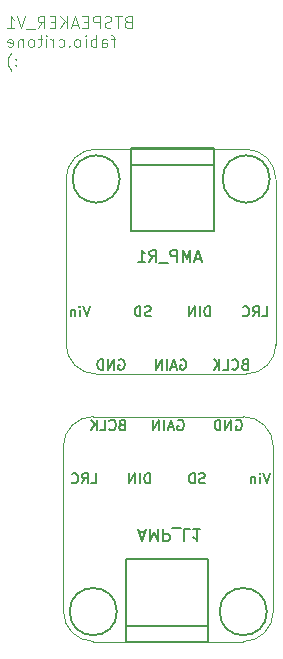
<source format=gbr>
%TF.GenerationSoftware,KiCad,Pcbnew,9.0.0*%
%TF.CreationDate,2025-03-25T17:14:42+01:00*%
%TF.ProjectId,ESP32_speaker_tiny,45535033-325f-4737-9065-616b65725f74,rev?*%
%TF.SameCoordinates,Original*%
%TF.FileFunction,Legend,Bot*%
%TF.FilePolarity,Positive*%
%FSLAX46Y46*%
G04 Gerber Fmt 4.6, Leading zero omitted, Abs format (unit mm)*
G04 Created by KiCad (PCBNEW 9.0.0) date 2025-03-25 17:14:42*
%MOMM*%
%LPD*%
G01*
G04 APERTURE LIST*
%ADD10C,0.100000*%
%ADD11C,0.150000*%
%ADD12C,0.152400*%
%ADD13C,0.050000*%
%ADD14C,0.203200*%
G04 APERTURE END LIST*
D10*
X35446742Y-17128721D02*
X35303885Y-17176340D01*
X35303885Y-17176340D02*
X35256266Y-17223959D01*
X35256266Y-17223959D02*
X35208647Y-17319197D01*
X35208647Y-17319197D02*
X35208647Y-17462054D01*
X35208647Y-17462054D02*
X35256266Y-17557292D01*
X35256266Y-17557292D02*
X35303885Y-17604912D01*
X35303885Y-17604912D02*
X35399123Y-17652531D01*
X35399123Y-17652531D02*
X35780075Y-17652531D01*
X35780075Y-17652531D02*
X35780075Y-16652531D01*
X35780075Y-16652531D02*
X35446742Y-16652531D01*
X35446742Y-16652531D02*
X35351504Y-16700150D01*
X35351504Y-16700150D02*
X35303885Y-16747769D01*
X35303885Y-16747769D02*
X35256266Y-16843007D01*
X35256266Y-16843007D02*
X35256266Y-16938245D01*
X35256266Y-16938245D02*
X35303885Y-17033483D01*
X35303885Y-17033483D02*
X35351504Y-17081102D01*
X35351504Y-17081102D02*
X35446742Y-17128721D01*
X35446742Y-17128721D02*
X35780075Y-17128721D01*
X34922932Y-16652531D02*
X34351504Y-16652531D01*
X34637218Y-17652531D02*
X34637218Y-16652531D01*
X34065789Y-17604912D02*
X33922932Y-17652531D01*
X33922932Y-17652531D02*
X33684837Y-17652531D01*
X33684837Y-17652531D02*
X33589599Y-17604912D01*
X33589599Y-17604912D02*
X33541980Y-17557292D01*
X33541980Y-17557292D02*
X33494361Y-17462054D01*
X33494361Y-17462054D02*
X33494361Y-17366816D01*
X33494361Y-17366816D02*
X33541980Y-17271578D01*
X33541980Y-17271578D02*
X33589599Y-17223959D01*
X33589599Y-17223959D02*
X33684837Y-17176340D01*
X33684837Y-17176340D02*
X33875313Y-17128721D01*
X33875313Y-17128721D02*
X33970551Y-17081102D01*
X33970551Y-17081102D02*
X34018170Y-17033483D01*
X34018170Y-17033483D02*
X34065789Y-16938245D01*
X34065789Y-16938245D02*
X34065789Y-16843007D01*
X34065789Y-16843007D02*
X34018170Y-16747769D01*
X34018170Y-16747769D02*
X33970551Y-16700150D01*
X33970551Y-16700150D02*
X33875313Y-16652531D01*
X33875313Y-16652531D02*
X33637218Y-16652531D01*
X33637218Y-16652531D02*
X33494361Y-16700150D01*
X33065789Y-17652531D02*
X33065789Y-16652531D01*
X33065789Y-16652531D02*
X32684837Y-16652531D01*
X32684837Y-16652531D02*
X32589599Y-16700150D01*
X32589599Y-16700150D02*
X32541980Y-16747769D01*
X32541980Y-16747769D02*
X32494361Y-16843007D01*
X32494361Y-16843007D02*
X32494361Y-16985864D01*
X32494361Y-16985864D02*
X32541980Y-17081102D01*
X32541980Y-17081102D02*
X32589599Y-17128721D01*
X32589599Y-17128721D02*
X32684837Y-17176340D01*
X32684837Y-17176340D02*
X33065789Y-17176340D01*
X32065789Y-17128721D02*
X31732456Y-17128721D01*
X31589599Y-17652531D02*
X32065789Y-17652531D01*
X32065789Y-17652531D02*
X32065789Y-16652531D01*
X32065789Y-16652531D02*
X31589599Y-16652531D01*
X31208646Y-17366816D02*
X30732456Y-17366816D01*
X31303884Y-17652531D02*
X30970551Y-16652531D01*
X30970551Y-16652531D02*
X30637218Y-17652531D01*
X30303884Y-17652531D02*
X30303884Y-16652531D01*
X29732456Y-17652531D02*
X30161027Y-17081102D01*
X29732456Y-16652531D02*
X30303884Y-17223959D01*
X29303884Y-17128721D02*
X28970551Y-17128721D01*
X28827694Y-17652531D02*
X29303884Y-17652531D01*
X29303884Y-17652531D02*
X29303884Y-16652531D01*
X29303884Y-16652531D02*
X28827694Y-16652531D01*
X27827694Y-17652531D02*
X28161027Y-17176340D01*
X28399122Y-17652531D02*
X28399122Y-16652531D01*
X28399122Y-16652531D02*
X28018170Y-16652531D01*
X28018170Y-16652531D02*
X27922932Y-16700150D01*
X27922932Y-16700150D02*
X27875313Y-16747769D01*
X27875313Y-16747769D02*
X27827694Y-16843007D01*
X27827694Y-16843007D02*
X27827694Y-16985864D01*
X27827694Y-16985864D02*
X27875313Y-17081102D01*
X27875313Y-17081102D02*
X27922932Y-17128721D01*
X27922932Y-17128721D02*
X28018170Y-17176340D01*
X28018170Y-17176340D02*
X28399122Y-17176340D01*
X27637218Y-17747769D02*
X26875313Y-17747769D01*
X26780074Y-16652531D02*
X26446741Y-17652531D01*
X26446741Y-17652531D02*
X26113408Y-16652531D01*
X25256265Y-17652531D02*
X25827693Y-17652531D01*
X25541979Y-17652531D02*
X25541979Y-16652531D01*
X25541979Y-16652531D02*
X25637217Y-16795388D01*
X25637217Y-16795388D02*
X25732455Y-16890626D01*
X25732455Y-16890626D02*
X25827693Y-16938245D01*
X34399122Y-18595808D02*
X34018170Y-18595808D01*
X34256265Y-19262475D02*
X34256265Y-18405332D01*
X34256265Y-18405332D02*
X34208646Y-18310094D01*
X34208646Y-18310094D02*
X34113408Y-18262475D01*
X34113408Y-18262475D02*
X34018170Y-18262475D01*
X33256265Y-19262475D02*
X33256265Y-18738665D01*
X33256265Y-18738665D02*
X33303884Y-18643427D01*
X33303884Y-18643427D02*
X33399122Y-18595808D01*
X33399122Y-18595808D02*
X33589598Y-18595808D01*
X33589598Y-18595808D02*
X33684836Y-18643427D01*
X33256265Y-19214856D02*
X33351503Y-19262475D01*
X33351503Y-19262475D02*
X33589598Y-19262475D01*
X33589598Y-19262475D02*
X33684836Y-19214856D01*
X33684836Y-19214856D02*
X33732455Y-19119617D01*
X33732455Y-19119617D02*
X33732455Y-19024379D01*
X33732455Y-19024379D02*
X33684836Y-18929141D01*
X33684836Y-18929141D02*
X33589598Y-18881522D01*
X33589598Y-18881522D02*
X33351503Y-18881522D01*
X33351503Y-18881522D02*
X33256265Y-18833903D01*
X32780074Y-19262475D02*
X32780074Y-18262475D01*
X32780074Y-18643427D02*
X32684836Y-18595808D01*
X32684836Y-18595808D02*
X32494360Y-18595808D01*
X32494360Y-18595808D02*
X32399122Y-18643427D01*
X32399122Y-18643427D02*
X32351503Y-18691046D01*
X32351503Y-18691046D02*
X32303884Y-18786284D01*
X32303884Y-18786284D02*
X32303884Y-19071998D01*
X32303884Y-19071998D02*
X32351503Y-19167236D01*
X32351503Y-19167236D02*
X32399122Y-19214856D01*
X32399122Y-19214856D02*
X32494360Y-19262475D01*
X32494360Y-19262475D02*
X32684836Y-19262475D01*
X32684836Y-19262475D02*
X32780074Y-19214856D01*
X31875312Y-19262475D02*
X31875312Y-18595808D01*
X31875312Y-18262475D02*
X31922931Y-18310094D01*
X31922931Y-18310094D02*
X31875312Y-18357713D01*
X31875312Y-18357713D02*
X31827693Y-18310094D01*
X31827693Y-18310094D02*
X31875312Y-18262475D01*
X31875312Y-18262475D02*
X31875312Y-18357713D01*
X31256265Y-19262475D02*
X31351503Y-19214856D01*
X31351503Y-19214856D02*
X31399122Y-19167236D01*
X31399122Y-19167236D02*
X31446741Y-19071998D01*
X31446741Y-19071998D02*
X31446741Y-18786284D01*
X31446741Y-18786284D02*
X31399122Y-18691046D01*
X31399122Y-18691046D02*
X31351503Y-18643427D01*
X31351503Y-18643427D02*
X31256265Y-18595808D01*
X31256265Y-18595808D02*
X31113408Y-18595808D01*
X31113408Y-18595808D02*
X31018170Y-18643427D01*
X31018170Y-18643427D02*
X30970551Y-18691046D01*
X30970551Y-18691046D02*
X30922932Y-18786284D01*
X30922932Y-18786284D02*
X30922932Y-19071998D01*
X30922932Y-19071998D02*
X30970551Y-19167236D01*
X30970551Y-19167236D02*
X31018170Y-19214856D01*
X31018170Y-19214856D02*
X31113408Y-19262475D01*
X31113408Y-19262475D02*
X31256265Y-19262475D01*
X30494360Y-19167236D02*
X30446741Y-19214856D01*
X30446741Y-19214856D02*
X30494360Y-19262475D01*
X30494360Y-19262475D02*
X30541979Y-19214856D01*
X30541979Y-19214856D02*
X30494360Y-19167236D01*
X30494360Y-19167236D02*
X30494360Y-19262475D01*
X29589599Y-19214856D02*
X29684837Y-19262475D01*
X29684837Y-19262475D02*
X29875313Y-19262475D01*
X29875313Y-19262475D02*
X29970551Y-19214856D01*
X29970551Y-19214856D02*
X30018170Y-19167236D01*
X30018170Y-19167236D02*
X30065789Y-19071998D01*
X30065789Y-19071998D02*
X30065789Y-18786284D01*
X30065789Y-18786284D02*
X30018170Y-18691046D01*
X30018170Y-18691046D02*
X29970551Y-18643427D01*
X29970551Y-18643427D02*
X29875313Y-18595808D01*
X29875313Y-18595808D02*
X29684837Y-18595808D01*
X29684837Y-18595808D02*
X29589599Y-18643427D01*
X29161027Y-19262475D02*
X29161027Y-18595808D01*
X29161027Y-18786284D02*
X29113408Y-18691046D01*
X29113408Y-18691046D02*
X29065789Y-18643427D01*
X29065789Y-18643427D02*
X28970551Y-18595808D01*
X28970551Y-18595808D02*
X28875313Y-18595808D01*
X28541979Y-19262475D02*
X28541979Y-18595808D01*
X28541979Y-18262475D02*
X28589598Y-18310094D01*
X28589598Y-18310094D02*
X28541979Y-18357713D01*
X28541979Y-18357713D02*
X28494360Y-18310094D01*
X28494360Y-18310094D02*
X28541979Y-18262475D01*
X28541979Y-18262475D02*
X28541979Y-18357713D01*
X28208646Y-18595808D02*
X27827694Y-18595808D01*
X28065789Y-18262475D02*
X28065789Y-19119617D01*
X28065789Y-19119617D02*
X28018170Y-19214856D01*
X28018170Y-19214856D02*
X27922932Y-19262475D01*
X27922932Y-19262475D02*
X27827694Y-19262475D01*
X27351503Y-19262475D02*
X27446741Y-19214856D01*
X27446741Y-19214856D02*
X27494360Y-19167236D01*
X27494360Y-19167236D02*
X27541979Y-19071998D01*
X27541979Y-19071998D02*
X27541979Y-18786284D01*
X27541979Y-18786284D02*
X27494360Y-18691046D01*
X27494360Y-18691046D02*
X27446741Y-18643427D01*
X27446741Y-18643427D02*
X27351503Y-18595808D01*
X27351503Y-18595808D02*
X27208646Y-18595808D01*
X27208646Y-18595808D02*
X27113408Y-18643427D01*
X27113408Y-18643427D02*
X27065789Y-18691046D01*
X27065789Y-18691046D02*
X27018170Y-18786284D01*
X27018170Y-18786284D02*
X27018170Y-19071998D01*
X27018170Y-19071998D02*
X27065789Y-19167236D01*
X27065789Y-19167236D02*
X27113408Y-19214856D01*
X27113408Y-19214856D02*
X27208646Y-19262475D01*
X27208646Y-19262475D02*
X27351503Y-19262475D01*
X26589598Y-18595808D02*
X26589598Y-19262475D01*
X26589598Y-18691046D02*
X26541979Y-18643427D01*
X26541979Y-18643427D02*
X26446741Y-18595808D01*
X26446741Y-18595808D02*
X26303884Y-18595808D01*
X26303884Y-18595808D02*
X26208646Y-18643427D01*
X26208646Y-18643427D02*
X26161027Y-18738665D01*
X26161027Y-18738665D02*
X26161027Y-19262475D01*
X25303884Y-19214856D02*
X25399122Y-19262475D01*
X25399122Y-19262475D02*
X25589598Y-19262475D01*
X25589598Y-19262475D02*
X25684836Y-19214856D01*
X25684836Y-19214856D02*
X25732455Y-19119617D01*
X25732455Y-19119617D02*
X25732455Y-18738665D01*
X25732455Y-18738665D02*
X25684836Y-18643427D01*
X25684836Y-18643427D02*
X25589598Y-18595808D01*
X25589598Y-18595808D02*
X25399122Y-18595808D01*
X25399122Y-18595808D02*
X25303884Y-18643427D01*
X25303884Y-18643427D02*
X25256265Y-18738665D01*
X25256265Y-18738665D02*
X25256265Y-18833903D01*
X25256265Y-18833903D02*
X25732455Y-18929141D01*
X25970550Y-20777180D02*
X25922931Y-20824800D01*
X25922931Y-20824800D02*
X25970550Y-20872419D01*
X25970550Y-20872419D02*
X26018169Y-20824800D01*
X26018169Y-20824800D02*
X25970550Y-20777180D01*
X25970550Y-20777180D02*
X25970550Y-20872419D01*
X25970550Y-20253371D02*
X25922931Y-20300990D01*
X25922931Y-20300990D02*
X25970550Y-20348609D01*
X25970550Y-20348609D02*
X26018169Y-20300990D01*
X26018169Y-20300990D02*
X25970550Y-20253371D01*
X25970550Y-20253371D02*
X25970550Y-20348609D01*
X25589598Y-21253371D02*
X25541979Y-21205752D01*
X25541979Y-21205752D02*
X25446741Y-21062895D01*
X25446741Y-21062895D02*
X25399122Y-20967657D01*
X25399122Y-20967657D02*
X25351503Y-20824800D01*
X25351503Y-20824800D02*
X25303884Y-20586704D01*
X25303884Y-20586704D02*
X25303884Y-20396228D01*
X25303884Y-20396228D02*
X25351503Y-20158133D01*
X25351503Y-20158133D02*
X25399122Y-20015276D01*
X25399122Y-20015276D02*
X25446741Y-19920038D01*
X25446741Y-19920038D02*
X25541979Y-19777180D01*
X25541979Y-19777180D02*
X25589598Y-19729561D01*
D11*
X41666666Y-37169104D02*
X41190476Y-37169104D01*
X41761904Y-37454819D02*
X41428571Y-36454819D01*
X41428571Y-36454819D02*
X41095238Y-37454819D01*
X40761904Y-37454819D02*
X40761904Y-36454819D01*
X40761904Y-36454819D02*
X40428571Y-37169104D01*
X40428571Y-37169104D02*
X40095238Y-36454819D01*
X40095238Y-36454819D02*
X40095238Y-37454819D01*
X39619047Y-37454819D02*
X39619047Y-36454819D01*
X39619047Y-36454819D02*
X39238095Y-36454819D01*
X39238095Y-36454819D02*
X39142857Y-36502438D01*
X39142857Y-36502438D02*
X39095238Y-36550057D01*
X39095238Y-36550057D02*
X39047619Y-36645295D01*
X39047619Y-36645295D02*
X39047619Y-36788152D01*
X39047619Y-36788152D02*
X39095238Y-36883390D01*
X39095238Y-36883390D02*
X39142857Y-36931009D01*
X39142857Y-36931009D02*
X39238095Y-36978628D01*
X39238095Y-36978628D02*
X39619047Y-36978628D01*
X38857143Y-37550057D02*
X38095238Y-37550057D01*
X37285714Y-37454819D02*
X37619047Y-36978628D01*
X37857142Y-37454819D02*
X37857142Y-36454819D01*
X37857142Y-36454819D02*
X37476190Y-36454819D01*
X37476190Y-36454819D02*
X37380952Y-36502438D01*
X37380952Y-36502438D02*
X37333333Y-36550057D01*
X37333333Y-36550057D02*
X37285714Y-36645295D01*
X37285714Y-36645295D02*
X37285714Y-36788152D01*
X37285714Y-36788152D02*
X37333333Y-36883390D01*
X37333333Y-36883390D02*
X37380952Y-36931009D01*
X37380952Y-36931009D02*
X37476190Y-36978628D01*
X37476190Y-36978628D02*
X37857142Y-36978628D01*
X36333333Y-37454819D02*
X36904761Y-37454819D01*
X36619047Y-37454819D02*
X36619047Y-36454819D01*
X36619047Y-36454819D02*
X36714285Y-36597676D01*
X36714285Y-36597676D02*
X36809523Y-36692914D01*
X36809523Y-36692914D02*
X36904761Y-36740533D01*
D12*
X45351466Y-46124231D02*
X45228094Y-46165355D01*
X45228094Y-46165355D02*
X45186971Y-46206479D01*
X45186971Y-46206479D02*
X45145847Y-46288727D01*
X45145847Y-46288727D02*
X45145847Y-46412098D01*
X45145847Y-46412098D02*
X45186971Y-46494346D01*
X45186971Y-46494346D02*
X45228094Y-46535470D01*
X45228094Y-46535470D02*
X45310342Y-46576593D01*
X45310342Y-46576593D02*
X45639332Y-46576593D01*
X45639332Y-46576593D02*
X45639332Y-45712993D01*
X45639332Y-45712993D02*
X45351466Y-45712993D01*
X45351466Y-45712993D02*
X45269218Y-45754117D01*
X45269218Y-45754117D02*
X45228094Y-45795241D01*
X45228094Y-45795241D02*
X45186971Y-45877489D01*
X45186971Y-45877489D02*
X45186971Y-45959736D01*
X45186971Y-45959736D02*
X45228094Y-46041984D01*
X45228094Y-46041984D02*
X45269218Y-46083108D01*
X45269218Y-46083108D02*
X45351466Y-46124231D01*
X45351466Y-46124231D02*
X45639332Y-46124231D01*
X44282247Y-46494346D02*
X44323371Y-46535470D01*
X44323371Y-46535470D02*
X44446742Y-46576593D01*
X44446742Y-46576593D02*
X44528990Y-46576593D01*
X44528990Y-46576593D02*
X44652361Y-46535470D01*
X44652361Y-46535470D02*
X44734609Y-46453222D01*
X44734609Y-46453222D02*
X44775732Y-46370974D01*
X44775732Y-46370974D02*
X44816856Y-46206479D01*
X44816856Y-46206479D02*
X44816856Y-46083108D01*
X44816856Y-46083108D02*
X44775732Y-45918612D01*
X44775732Y-45918612D02*
X44734609Y-45836365D01*
X44734609Y-45836365D02*
X44652361Y-45754117D01*
X44652361Y-45754117D02*
X44528990Y-45712993D01*
X44528990Y-45712993D02*
X44446742Y-45712993D01*
X44446742Y-45712993D02*
X44323371Y-45754117D01*
X44323371Y-45754117D02*
X44282247Y-45795241D01*
X43500894Y-46576593D02*
X43912132Y-46576593D01*
X43912132Y-46576593D02*
X43912132Y-45712993D01*
X43213027Y-46576593D02*
X43213027Y-45712993D01*
X42719542Y-46576593D02*
X43089656Y-46083108D01*
X42719542Y-45712993D02*
X43213027Y-46206479D01*
X42417161Y-42076593D02*
X42417161Y-41212993D01*
X42417161Y-41212993D02*
X42211542Y-41212993D01*
X42211542Y-41212993D02*
X42088171Y-41254117D01*
X42088171Y-41254117D02*
X42005923Y-41336365D01*
X42005923Y-41336365D02*
X41964800Y-41418612D01*
X41964800Y-41418612D02*
X41923676Y-41583108D01*
X41923676Y-41583108D02*
X41923676Y-41706479D01*
X41923676Y-41706479D02*
X41964800Y-41870974D01*
X41964800Y-41870974D02*
X42005923Y-41953222D01*
X42005923Y-41953222D02*
X42088171Y-42035470D01*
X42088171Y-42035470D02*
X42211542Y-42076593D01*
X42211542Y-42076593D02*
X42417161Y-42076593D01*
X41553561Y-42076593D02*
X41553561Y-41212993D01*
X41142323Y-42076593D02*
X41142323Y-41212993D01*
X41142323Y-41212993D02*
X40648838Y-42076593D01*
X40648838Y-42076593D02*
X40648838Y-41212993D01*
X39921914Y-45754117D02*
X40004161Y-45712993D01*
X40004161Y-45712993D02*
X40127533Y-45712993D01*
X40127533Y-45712993D02*
X40250904Y-45754117D01*
X40250904Y-45754117D02*
X40333152Y-45836365D01*
X40333152Y-45836365D02*
X40374275Y-45918612D01*
X40374275Y-45918612D02*
X40415399Y-46083108D01*
X40415399Y-46083108D02*
X40415399Y-46206479D01*
X40415399Y-46206479D02*
X40374275Y-46370974D01*
X40374275Y-46370974D02*
X40333152Y-46453222D01*
X40333152Y-46453222D02*
X40250904Y-46535470D01*
X40250904Y-46535470D02*
X40127533Y-46576593D01*
X40127533Y-46576593D02*
X40045285Y-46576593D01*
X40045285Y-46576593D02*
X39921914Y-46535470D01*
X39921914Y-46535470D02*
X39880790Y-46494346D01*
X39880790Y-46494346D02*
X39880790Y-46206479D01*
X39880790Y-46206479D02*
X40045285Y-46206479D01*
X39551799Y-46329850D02*
X39140561Y-46329850D01*
X39634047Y-46576593D02*
X39346180Y-45712993D01*
X39346180Y-45712993D02*
X39058314Y-46576593D01*
X38770446Y-46576593D02*
X38770446Y-45712993D01*
X38359208Y-46576593D02*
X38359208Y-45712993D01*
X38359208Y-45712993D02*
X37865723Y-46576593D01*
X37865723Y-46576593D02*
X37865723Y-45712993D01*
X32257161Y-41212993D02*
X31969294Y-42076593D01*
X31969294Y-42076593D02*
X31681428Y-41212993D01*
X31393560Y-42076593D02*
X31393560Y-41500860D01*
X31393560Y-41212993D02*
X31434684Y-41254117D01*
X31434684Y-41254117D02*
X31393560Y-41295241D01*
X31393560Y-41295241D02*
X31352437Y-41254117D01*
X31352437Y-41254117D02*
X31393560Y-41212993D01*
X31393560Y-41212993D02*
X31393560Y-41295241D01*
X30982322Y-41500860D02*
X30982322Y-42076593D01*
X30982322Y-41583108D02*
X30941199Y-41541984D01*
X30941199Y-41541984D02*
X30858951Y-41500860D01*
X30858951Y-41500860D02*
X30735580Y-41500860D01*
X30735580Y-41500860D02*
X30653332Y-41541984D01*
X30653332Y-41541984D02*
X30612208Y-41624231D01*
X30612208Y-41624231D02*
X30612208Y-42076593D01*
X34697981Y-45754117D02*
X34780228Y-45712993D01*
X34780228Y-45712993D02*
X34903600Y-45712993D01*
X34903600Y-45712993D02*
X35026971Y-45754117D01*
X35026971Y-45754117D02*
X35109219Y-45836365D01*
X35109219Y-45836365D02*
X35150342Y-45918612D01*
X35150342Y-45918612D02*
X35191466Y-46083108D01*
X35191466Y-46083108D02*
X35191466Y-46206479D01*
X35191466Y-46206479D02*
X35150342Y-46370974D01*
X35150342Y-46370974D02*
X35109219Y-46453222D01*
X35109219Y-46453222D02*
X35026971Y-46535470D01*
X35026971Y-46535470D02*
X34903600Y-46576593D01*
X34903600Y-46576593D02*
X34821352Y-46576593D01*
X34821352Y-46576593D02*
X34697981Y-46535470D01*
X34697981Y-46535470D02*
X34656857Y-46494346D01*
X34656857Y-46494346D02*
X34656857Y-46206479D01*
X34656857Y-46206479D02*
X34821352Y-46206479D01*
X34286742Y-46576593D02*
X34286742Y-45712993D01*
X34286742Y-45712993D02*
X33793257Y-46576593D01*
X33793257Y-46576593D02*
X33793257Y-45712993D01*
X33382018Y-46576593D02*
X33382018Y-45712993D01*
X33382018Y-45712993D02*
X33176399Y-45712993D01*
X33176399Y-45712993D02*
X33053028Y-45754117D01*
X33053028Y-45754117D02*
X32970780Y-45836365D01*
X32970780Y-45836365D02*
X32929657Y-45918612D01*
X32929657Y-45918612D02*
X32888533Y-46083108D01*
X32888533Y-46083108D02*
X32888533Y-46206479D01*
X32888533Y-46206479D02*
X32929657Y-46370974D01*
X32929657Y-46370974D02*
X32970780Y-46453222D01*
X32970780Y-46453222D02*
X33053028Y-46535470D01*
X33053028Y-46535470D02*
X33176399Y-46576593D01*
X33176399Y-46576593D02*
X33382018Y-46576593D01*
X37385542Y-42035470D02*
X37262171Y-42076593D01*
X37262171Y-42076593D02*
X37056552Y-42076593D01*
X37056552Y-42076593D02*
X36974304Y-42035470D01*
X36974304Y-42035470D02*
X36933180Y-41994346D01*
X36933180Y-41994346D02*
X36892057Y-41912098D01*
X36892057Y-41912098D02*
X36892057Y-41829850D01*
X36892057Y-41829850D02*
X36933180Y-41747603D01*
X36933180Y-41747603D02*
X36974304Y-41706479D01*
X36974304Y-41706479D02*
X37056552Y-41665355D01*
X37056552Y-41665355D02*
X37221047Y-41624231D01*
X37221047Y-41624231D02*
X37303295Y-41583108D01*
X37303295Y-41583108D02*
X37344418Y-41541984D01*
X37344418Y-41541984D02*
X37385542Y-41459736D01*
X37385542Y-41459736D02*
X37385542Y-41377489D01*
X37385542Y-41377489D02*
X37344418Y-41295241D01*
X37344418Y-41295241D02*
X37303295Y-41254117D01*
X37303295Y-41254117D02*
X37221047Y-41212993D01*
X37221047Y-41212993D02*
X37015428Y-41212993D01*
X37015428Y-41212993D02*
X36892057Y-41254117D01*
X36521942Y-42076593D02*
X36521942Y-41212993D01*
X36521942Y-41212993D02*
X36316323Y-41212993D01*
X36316323Y-41212993D02*
X36192952Y-41254117D01*
X36192952Y-41254117D02*
X36110704Y-41336365D01*
X36110704Y-41336365D02*
X36069581Y-41418612D01*
X36069581Y-41418612D02*
X36028457Y-41583108D01*
X36028457Y-41583108D02*
X36028457Y-41706479D01*
X36028457Y-41706479D02*
X36069581Y-41870974D01*
X36069581Y-41870974D02*
X36110704Y-41953222D01*
X36110704Y-41953222D02*
X36192952Y-42035470D01*
X36192952Y-42035470D02*
X36316323Y-42076593D01*
X36316323Y-42076593D02*
X36521942Y-42076593D01*
X46828294Y-42076593D02*
X47239532Y-42076593D01*
X47239532Y-42076593D02*
X47239532Y-41212993D01*
X46046942Y-42076593D02*
X46334808Y-41665355D01*
X46540427Y-42076593D02*
X46540427Y-41212993D01*
X46540427Y-41212993D02*
X46211437Y-41212993D01*
X46211437Y-41212993D02*
X46129189Y-41254117D01*
X46129189Y-41254117D02*
X46088066Y-41295241D01*
X46088066Y-41295241D02*
X46046942Y-41377489D01*
X46046942Y-41377489D02*
X46046942Y-41500860D01*
X46046942Y-41500860D02*
X46088066Y-41583108D01*
X46088066Y-41583108D02*
X46129189Y-41624231D01*
X46129189Y-41624231D02*
X46211437Y-41665355D01*
X46211437Y-41665355D02*
X46540427Y-41665355D01*
X45183342Y-41994346D02*
X45224466Y-42035470D01*
X45224466Y-42035470D02*
X45347837Y-42076593D01*
X45347837Y-42076593D02*
X45430085Y-42076593D01*
X45430085Y-42076593D02*
X45553456Y-42035470D01*
X45553456Y-42035470D02*
X45635704Y-41953222D01*
X45635704Y-41953222D02*
X45676827Y-41870974D01*
X45676827Y-41870974D02*
X45717951Y-41706479D01*
X45717951Y-41706479D02*
X45717951Y-41583108D01*
X45717951Y-41583108D02*
X45676827Y-41418612D01*
X45676827Y-41418612D02*
X45635704Y-41336365D01*
X45635704Y-41336365D02*
X45553456Y-41254117D01*
X45553456Y-41254117D02*
X45430085Y-41212993D01*
X45430085Y-41212993D02*
X45347837Y-41212993D01*
X45347837Y-41212993D02*
X45224466Y-41254117D01*
X45224466Y-41254117D02*
X45183342Y-41295241D01*
D11*
X36428571Y-60330895D02*
X36904761Y-60330895D01*
X36333333Y-60045180D02*
X36666666Y-61045180D01*
X36666666Y-61045180D02*
X36999999Y-60045180D01*
X37333333Y-60045180D02*
X37333333Y-61045180D01*
X37333333Y-61045180D02*
X37666666Y-60330895D01*
X37666666Y-60330895D02*
X37999999Y-61045180D01*
X37999999Y-61045180D02*
X37999999Y-60045180D01*
X38476190Y-60045180D02*
X38476190Y-61045180D01*
X38476190Y-61045180D02*
X38857142Y-61045180D01*
X38857142Y-61045180D02*
X38952380Y-60997561D01*
X38952380Y-60997561D02*
X38999999Y-60949942D01*
X38999999Y-60949942D02*
X39047618Y-60854704D01*
X39047618Y-60854704D02*
X39047618Y-60711847D01*
X39047618Y-60711847D02*
X38999999Y-60616609D01*
X38999999Y-60616609D02*
X38952380Y-60568990D01*
X38952380Y-60568990D02*
X38857142Y-60521371D01*
X38857142Y-60521371D02*
X38476190Y-60521371D01*
X39238095Y-59949942D02*
X39999999Y-59949942D01*
X40714285Y-60045180D02*
X40238095Y-60045180D01*
X40238095Y-60045180D02*
X40238095Y-61045180D01*
X41571428Y-60045180D02*
X41000000Y-60045180D01*
X41285714Y-60045180D02*
X41285714Y-61045180D01*
X41285714Y-61045180D02*
X41190476Y-60902323D01*
X41190476Y-60902323D02*
X41095238Y-60807085D01*
X41095238Y-60807085D02*
X41000000Y-60759466D01*
D12*
X37351161Y-56206593D02*
X37351161Y-55342993D01*
X37351161Y-55342993D02*
X37145542Y-55342993D01*
X37145542Y-55342993D02*
X37022171Y-55384117D01*
X37022171Y-55384117D02*
X36939923Y-55466365D01*
X36939923Y-55466365D02*
X36898800Y-55548612D01*
X36898800Y-55548612D02*
X36857676Y-55713108D01*
X36857676Y-55713108D02*
X36857676Y-55836479D01*
X36857676Y-55836479D02*
X36898800Y-56000974D01*
X36898800Y-56000974D02*
X36939923Y-56083222D01*
X36939923Y-56083222D02*
X37022171Y-56165470D01*
X37022171Y-56165470D02*
X37145542Y-56206593D01*
X37145542Y-56206593D02*
X37351161Y-56206593D01*
X36487561Y-56206593D02*
X36487561Y-55342993D01*
X36076323Y-56206593D02*
X36076323Y-55342993D01*
X36076323Y-55342993D02*
X35582838Y-56206593D01*
X35582838Y-56206593D02*
X35582838Y-55342993D01*
X39681914Y-50884117D02*
X39764161Y-50842993D01*
X39764161Y-50842993D02*
X39887533Y-50842993D01*
X39887533Y-50842993D02*
X40010904Y-50884117D01*
X40010904Y-50884117D02*
X40093152Y-50966365D01*
X40093152Y-50966365D02*
X40134275Y-51048612D01*
X40134275Y-51048612D02*
X40175399Y-51213108D01*
X40175399Y-51213108D02*
X40175399Y-51336479D01*
X40175399Y-51336479D02*
X40134275Y-51500974D01*
X40134275Y-51500974D02*
X40093152Y-51583222D01*
X40093152Y-51583222D02*
X40010904Y-51665470D01*
X40010904Y-51665470D02*
X39887533Y-51706593D01*
X39887533Y-51706593D02*
X39805285Y-51706593D01*
X39805285Y-51706593D02*
X39681914Y-51665470D01*
X39681914Y-51665470D02*
X39640790Y-51624346D01*
X39640790Y-51624346D02*
X39640790Y-51336479D01*
X39640790Y-51336479D02*
X39805285Y-51336479D01*
X39311799Y-51459850D02*
X38900561Y-51459850D01*
X39394047Y-51706593D02*
X39106180Y-50842993D01*
X39106180Y-50842993D02*
X38818314Y-51706593D01*
X38530446Y-51706593D02*
X38530446Y-50842993D01*
X38119208Y-51706593D02*
X38119208Y-50842993D01*
X38119208Y-50842993D02*
X37625723Y-51706593D01*
X37625723Y-51706593D02*
X37625723Y-50842993D01*
X47511161Y-55342993D02*
X47223294Y-56206593D01*
X47223294Y-56206593D02*
X46935428Y-55342993D01*
X46647560Y-56206593D02*
X46647560Y-55630860D01*
X46647560Y-55342993D02*
X46688684Y-55384117D01*
X46688684Y-55384117D02*
X46647560Y-55425241D01*
X46647560Y-55425241D02*
X46606437Y-55384117D01*
X46606437Y-55384117D02*
X46647560Y-55342993D01*
X46647560Y-55342993D02*
X46647560Y-55425241D01*
X46236322Y-55630860D02*
X46236322Y-56206593D01*
X46236322Y-55713108D02*
X46195199Y-55671984D01*
X46195199Y-55671984D02*
X46112951Y-55630860D01*
X46112951Y-55630860D02*
X45989580Y-55630860D01*
X45989580Y-55630860D02*
X45907332Y-55671984D01*
X45907332Y-55671984D02*
X45866208Y-55754231D01*
X45866208Y-55754231D02*
X45866208Y-56206593D01*
X34951466Y-51254231D02*
X34828094Y-51295355D01*
X34828094Y-51295355D02*
X34786971Y-51336479D01*
X34786971Y-51336479D02*
X34745847Y-51418727D01*
X34745847Y-51418727D02*
X34745847Y-51542098D01*
X34745847Y-51542098D02*
X34786971Y-51624346D01*
X34786971Y-51624346D02*
X34828094Y-51665470D01*
X34828094Y-51665470D02*
X34910342Y-51706593D01*
X34910342Y-51706593D02*
X35239332Y-51706593D01*
X35239332Y-51706593D02*
X35239332Y-50842993D01*
X35239332Y-50842993D02*
X34951466Y-50842993D01*
X34951466Y-50842993D02*
X34869218Y-50884117D01*
X34869218Y-50884117D02*
X34828094Y-50925241D01*
X34828094Y-50925241D02*
X34786971Y-51007489D01*
X34786971Y-51007489D02*
X34786971Y-51089736D01*
X34786971Y-51089736D02*
X34828094Y-51171984D01*
X34828094Y-51171984D02*
X34869218Y-51213108D01*
X34869218Y-51213108D02*
X34951466Y-51254231D01*
X34951466Y-51254231D02*
X35239332Y-51254231D01*
X33882247Y-51624346D02*
X33923371Y-51665470D01*
X33923371Y-51665470D02*
X34046742Y-51706593D01*
X34046742Y-51706593D02*
X34128990Y-51706593D01*
X34128990Y-51706593D02*
X34252361Y-51665470D01*
X34252361Y-51665470D02*
X34334609Y-51583222D01*
X34334609Y-51583222D02*
X34375732Y-51500974D01*
X34375732Y-51500974D02*
X34416856Y-51336479D01*
X34416856Y-51336479D02*
X34416856Y-51213108D01*
X34416856Y-51213108D02*
X34375732Y-51048612D01*
X34375732Y-51048612D02*
X34334609Y-50966365D01*
X34334609Y-50966365D02*
X34252361Y-50884117D01*
X34252361Y-50884117D02*
X34128990Y-50842993D01*
X34128990Y-50842993D02*
X34046742Y-50842993D01*
X34046742Y-50842993D02*
X33923371Y-50884117D01*
X33923371Y-50884117D02*
X33882247Y-50925241D01*
X33100894Y-51706593D02*
X33512132Y-51706593D01*
X33512132Y-51706593D02*
X33512132Y-50842993D01*
X32813027Y-51706593D02*
X32813027Y-50842993D01*
X32319542Y-51706593D02*
X32689656Y-51213108D01*
X32319542Y-50842993D02*
X32813027Y-51336479D01*
X41971542Y-56165470D02*
X41848171Y-56206593D01*
X41848171Y-56206593D02*
X41642552Y-56206593D01*
X41642552Y-56206593D02*
X41560304Y-56165470D01*
X41560304Y-56165470D02*
X41519180Y-56124346D01*
X41519180Y-56124346D02*
X41478057Y-56042098D01*
X41478057Y-56042098D02*
X41478057Y-55959850D01*
X41478057Y-55959850D02*
X41519180Y-55877603D01*
X41519180Y-55877603D02*
X41560304Y-55836479D01*
X41560304Y-55836479D02*
X41642552Y-55795355D01*
X41642552Y-55795355D02*
X41807047Y-55754231D01*
X41807047Y-55754231D02*
X41889295Y-55713108D01*
X41889295Y-55713108D02*
X41930418Y-55671984D01*
X41930418Y-55671984D02*
X41971542Y-55589736D01*
X41971542Y-55589736D02*
X41971542Y-55507489D01*
X41971542Y-55507489D02*
X41930418Y-55425241D01*
X41930418Y-55425241D02*
X41889295Y-55384117D01*
X41889295Y-55384117D02*
X41807047Y-55342993D01*
X41807047Y-55342993D02*
X41601428Y-55342993D01*
X41601428Y-55342993D02*
X41478057Y-55384117D01*
X41107942Y-56206593D02*
X41107942Y-55342993D01*
X41107942Y-55342993D02*
X40902323Y-55342993D01*
X40902323Y-55342993D02*
X40778952Y-55384117D01*
X40778952Y-55384117D02*
X40696704Y-55466365D01*
X40696704Y-55466365D02*
X40655581Y-55548612D01*
X40655581Y-55548612D02*
X40614457Y-55713108D01*
X40614457Y-55713108D02*
X40614457Y-55836479D01*
X40614457Y-55836479D02*
X40655581Y-56000974D01*
X40655581Y-56000974D02*
X40696704Y-56083222D01*
X40696704Y-56083222D02*
X40778952Y-56165470D01*
X40778952Y-56165470D02*
X40902323Y-56206593D01*
X40902323Y-56206593D02*
X41107942Y-56206593D01*
X32364294Y-56206593D02*
X32775532Y-56206593D01*
X32775532Y-56206593D02*
X32775532Y-55342993D01*
X31582942Y-56206593D02*
X31870808Y-55795355D01*
X32076427Y-56206593D02*
X32076427Y-55342993D01*
X32076427Y-55342993D02*
X31747437Y-55342993D01*
X31747437Y-55342993D02*
X31665189Y-55384117D01*
X31665189Y-55384117D02*
X31624066Y-55425241D01*
X31624066Y-55425241D02*
X31582942Y-55507489D01*
X31582942Y-55507489D02*
X31582942Y-55630860D01*
X31582942Y-55630860D02*
X31624066Y-55713108D01*
X31624066Y-55713108D02*
X31665189Y-55754231D01*
X31665189Y-55754231D02*
X31747437Y-55795355D01*
X31747437Y-55795355D02*
X32076427Y-55795355D01*
X30719342Y-56124346D02*
X30760466Y-56165470D01*
X30760466Y-56165470D02*
X30883837Y-56206593D01*
X30883837Y-56206593D02*
X30966085Y-56206593D01*
X30966085Y-56206593D02*
X31089456Y-56165470D01*
X31089456Y-56165470D02*
X31171704Y-56083222D01*
X31171704Y-56083222D02*
X31212827Y-56000974D01*
X31212827Y-56000974D02*
X31253951Y-55836479D01*
X31253951Y-55836479D02*
X31253951Y-55713108D01*
X31253951Y-55713108D02*
X31212827Y-55548612D01*
X31212827Y-55548612D02*
X31171704Y-55466365D01*
X31171704Y-55466365D02*
X31089456Y-55384117D01*
X31089456Y-55384117D02*
X30966085Y-55342993D01*
X30966085Y-55342993D02*
X30883837Y-55342993D01*
X30883837Y-55342993D02*
X30760466Y-55384117D01*
X30760466Y-55384117D02*
X30719342Y-55425241D01*
X44617981Y-50884117D02*
X44700228Y-50842993D01*
X44700228Y-50842993D02*
X44823600Y-50842993D01*
X44823600Y-50842993D02*
X44946971Y-50884117D01*
X44946971Y-50884117D02*
X45029219Y-50966365D01*
X45029219Y-50966365D02*
X45070342Y-51048612D01*
X45070342Y-51048612D02*
X45111466Y-51213108D01*
X45111466Y-51213108D02*
X45111466Y-51336479D01*
X45111466Y-51336479D02*
X45070342Y-51500974D01*
X45070342Y-51500974D02*
X45029219Y-51583222D01*
X45029219Y-51583222D02*
X44946971Y-51665470D01*
X44946971Y-51665470D02*
X44823600Y-51706593D01*
X44823600Y-51706593D02*
X44741352Y-51706593D01*
X44741352Y-51706593D02*
X44617981Y-51665470D01*
X44617981Y-51665470D02*
X44576857Y-51624346D01*
X44576857Y-51624346D02*
X44576857Y-51336479D01*
X44576857Y-51336479D02*
X44741352Y-51336479D01*
X44206742Y-51706593D02*
X44206742Y-50842993D01*
X44206742Y-50842993D02*
X43713257Y-51706593D01*
X43713257Y-51706593D02*
X43713257Y-50842993D01*
X43302018Y-51706593D02*
X43302018Y-50842993D01*
X43302018Y-50842993D02*
X43096399Y-50842993D01*
X43096399Y-50842993D02*
X42973028Y-50884117D01*
X42973028Y-50884117D02*
X42890780Y-50966365D01*
X42890780Y-50966365D02*
X42849657Y-51048612D01*
X42849657Y-51048612D02*
X42808533Y-51213108D01*
X42808533Y-51213108D02*
X42808533Y-51336479D01*
X42808533Y-51336479D02*
X42849657Y-51500974D01*
X42849657Y-51500974D02*
X42890780Y-51583222D01*
X42890780Y-51583222D02*
X42973028Y-51665470D01*
X42973028Y-51665470D02*
X43096399Y-51706593D01*
X43096399Y-51706593D02*
X43302018Y-51706593D01*
D13*
%TO.C,AMP_R1*%
X30230000Y-30437000D02*
X30230000Y-44407000D01*
X32770000Y-46947000D02*
X45470000Y-46947000D01*
D14*
X35720000Y-27853000D02*
X42720000Y-27853000D01*
X35720000Y-29253000D02*
X35720000Y-27853000D01*
X35720000Y-29253000D02*
X42720000Y-29253000D01*
X35720000Y-34853000D02*
X35720000Y-29253000D01*
X42720000Y-27853000D02*
X42720000Y-29253000D01*
X42720000Y-29253000D02*
X42720000Y-34853000D01*
X42720000Y-34853000D02*
X35720000Y-34853000D01*
D13*
X45470000Y-27897000D02*
X32770000Y-27897000D01*
X48000000Y-30500000D02*
X48000000Y-44470000D01*
X30230000Y-30437000D02*
G75*
G02*
X32770000Y-27897000I2540000J0D01*
G01*
X32770000Y-46947000D02*
G75*
G02*
X30230000Y-44407000I0J2540000D01*
G01*
X45457238Y-27913452D02*
G75*
G02*
X47997238Y-30453452I-1J-2540001D01*
G01*
X48010000Y-44407000D02*
G75*
G02*
X45470000Y-46947000I-2540001J1D01*
G01*
D14*
X34770000Y-30437000D02*
G75*
G02*
X30770000Y-30437000I-2000000J0D01*
G01*
X30770000Y-30437000D02*
G75*
G02*
X34770000Y-30437000I2000000J0D01*
G01*
X47470000Y-30437000D02*
G75*
G02*
X43470000Y-30437000I-2000000J0D01*
G01*
X43470000Y-30437000D02*
G75*
G02*
X47470000Y-30437000I2000000J0D01*
G01*
D13*
%TO.C,AMP_L1*%
X30000000Y-67000000D02*
X30000000Y-53030000D01*
X32530000Y-69603000D02*
X45230000Y-69603000D01*
D14*
X35280000Y-62647000D02*
X42280000Y-62647000D01*
X35280000Y-68247000D02*
X35280000Y-62647000D01*
X35280000Y-69647000D02*
X35280000Y-68247000D01*
X42280000Y-62647000D02*
X42280000Y-68247000D01*
X42280000Y-68247000D02*
X35280000Y-68247000D01*
X42280000Y-68247000D02*
X42280000Y-69647000D01*
X42280000Y-69647000D02*
X35280000Y-69647000D01*
D13*
X45230000Y-50553000D02*
X32530000Y-50553000D01*
X47770000Y-67063000D02*
X47770000Y-53093000D01*
X29990000Y-53093000D02*
G75*
G02*
X32530000Y-50553000I2540001J-1D01*
G01*
X32542762Y-69586548D02*
G75*
G02*
X30002762Y-67046548I1J2540001D01*
G01*
X45230000Y-50553000D02*
G75*
G02*
X47770000Y-53093000I0J-2540000D01*
G01*
X47770000Y-67063000D02*
G75*
G02*
X45230000Y-69603000I-2540000J0D01*
G01*
D14*
X34530000Y-67063000D02*
G75*
G02*
X30530000Y-67063000I-2000000J0D01*
G01*
X30530000Y-67063000D02*
G75*
G02*
X34530000Y-67063000I2000000J0D01*
G01*
X47230000Y-67063000D02*
G75*
G02*
X43230000Y-67063000I-2000000J0D01*
G01*
X43230000Y-67063000D02*
G75*
G02*
X47230000Y-67063000I2000000J0D01*
G01*
%TD*%
M02*

</source>
